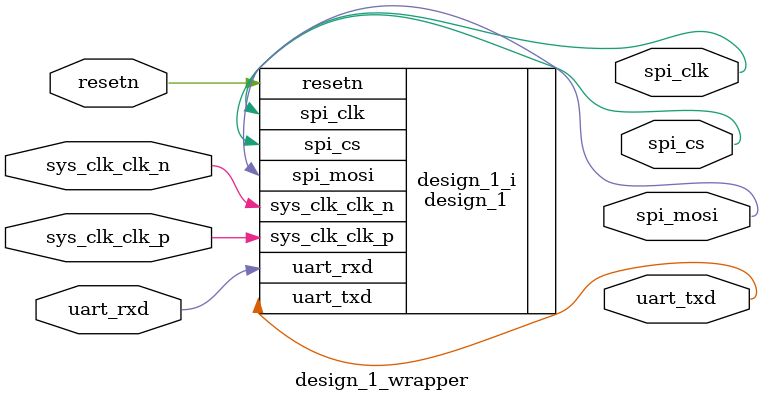
<source format=v>
`timescale 1 ps / 1 ps

module design_1_wrapper
   (resetn,
    spi_clk,
    spi_cs,
    spi_mosi,
    sys_clk_clk_n,
    sys_clk_clk_p,
    uart_rxd,
    uart_txd);
  input resetn;
  output spi_clk;
  output [0:0]spi_cs;
  output spi_mosi;
  input sys_clk_clk_n;
  input sys_clk_clk_p;
  input uart_rxd;
  output uart_txd;

  wire resetn;
  wire spi_clk;
  wire [0:0]spi_cs;
  wire spi_mosi;
  wire sys_clk_clk_n;
  wire sys_clk_clk_p;
  wire uart_rxd;
  wire uart_txd;

  design_1 design_1_i
       (.resetn(resetn),
        .spi_clk(spi_clk),
        .spi_cs(spi_cs),
        .spi_mosi(spi_mosi),
        .sys_clk_clk_n(sys_clk_clk_n),
        .sys_clk_clk_p(sys_clk_clk_p),
        .uart_rxd(uart_rxd),
        .uart_txd(uart_txd));
endmodule

</source>
